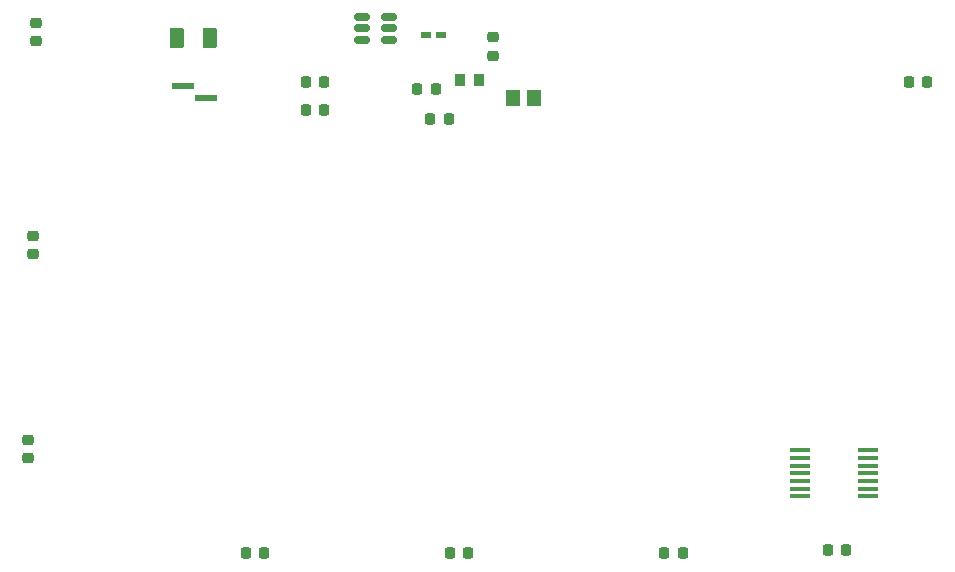
<source format=gbr>
%TF.GenerationSoftware,KiCad,Pcbnew,7.0.7*%
%TF.CreationDate,2024-02-11T14:14:06-05:00*%
%TF.ProjectId,Teddi 2-11-24,54656464-6920-4322-9d31-312d32342e6b,rev?*%
%TF.SameCoordinates,Original*%
%TF.FileFunction,Paste,Top*%
%TF.FilePolarity,Positive*%
%FSLAX46Y46*%
G04 Gerber Fmt 4.6, Leading zero omitted, Abs format (unit mm)*
G04 Created by KiCad (PCBNEW 7.0.7) date 2024-02-11 14:14:06*
%MOMM*%
%LPD*%
G01*
G04 APERTURE LIST*
G04 Aperture macros list*
%AMRoundRect*
0 Rectangle with rounded corners*
0 $1 Rounding radius*
0 $2 $3 $4 $5 $6 $7 $8 $9 X,Y pos of 4 corners*
0 Add a 4 corners polygon primitive as box body*
4,1,4,$2,$3,$4,$5,$6,$7,$8,$9,$2,$3,0*
0 Add four circle primitives for the rounded corners*
1,1,$1+$1,$2,$3*
1,1,$1+$1,$4,$5*
1,1,$1+$1,$6,$7*
1,1,$1+$1,$8,$9*
0 Add four rect primitives between the rounded corners*
20,1,$1+$1,$2,$3,$4,$5,0*
20,1,$1+$1,$4,$5,$6,$7,0*
20,1,$1+$1,$6,$7,$8,$9,0*
20,1,$1+$1,$8,$9,$2,$3,0*%
G04 Aperture macros list end*
%ADD10RoundRect,0.225000X0.250000X-0.225000X0.250000X0.225000X-0.250000X0.225000X-0.250000X-0.225000X0*%
%ADD11RoundRect,0.225000X0.225000X0.250000X-0.225000X0.250000X-0.225000X-0.250000X0.225000X-0.250000X0*%
%ADD12RoundRect,0.225000X-0.225000X-0.250000X0.225000X-0.250000X0.225000X0.250000X-0.225000X0.250000X0*%
%ADD13RoundRect,0.225000X-0.250000X0.225000X-0.250000X-0.225000X0.250000X-0.225000X0.250000X0.225000X0*%
%ADD14RoundRect,0.250000X-0.375000X-0.625000X0.375000X-0.625000X0.375000X0.625000X-0.375000X0.625000X0*%
%ADD15R,1.200000X1.470000*%
%ADD16R,0.858799X0.550799*%
%ADD17R,1.950000X0.500000*%
%ADD18R,1.778000X0.355600*%
%ADD19R,0.940000X1.020000*%
%ADD20RoundRect,0.150000X-0.512500X-0.150000X0.512500X-0.150000X0.512500X0.150000X-0.512500X0.150000X0*%
G04 APERTURE END LIST*
D10*
%TO.C,C9*%
X93599000Y-86815000D03*
X93599000Y-85265000D03*
%TD*%
D11*
%TO.C,C14*%
X123457000Y-128651000D03*
X121907000Y-128651000D03*
%TD*%
D12*
%TO.C,C13*%
X77711000Y-91440000D03*
X79261000Y-91440000D03*
%TD*%
D13*
%TO.C,C12*%
X54864000Y-84061000D03*
X54864000Y-85611000D03*
%TD*%
D10*
%TO.C,C11*%
X54229000Y-120917000D03*
X54229000Y-119367000D03*
%TD*%
D13*
%TO.C,C10*%
X54610000Y-102095000D03*
X54610000Y-103645000D03*
%TD*%
D12*
%TO.C,C8*%
X77711000Y-89050000D03*
X79261000Y-89050000D03*
%TD*%
%TO.C,C7*%
X128765000Y-89027000D03*
X130315000Y-89027000D03*
%TD*%
%TO.C,C6*%
X108064000Y-128905000D03*
X109614000Y-128905000D03*
%TD*%
%TO.C,C4*%
X72631000Y-128905000D03*
X74181000Y-128905000D03*
%TD*%
%TO.C,C3*%
X89903000Y-128905000D03*
X91453000Y-128905000D03*
%TD*%
D11*
%TO.C,C2*%
X88709800Y-89662000D03*
X87159800Y-89662000D03*
%TD*%
%TO.C,C1*%
X89802000Y-92202000D03*
X88252000Y-92202000D03*
%TD*%
D14*
%TO.C,F1*%
X66799000Y-85344000D03*
X69599000Y-85344000D03*
%TD*%
D15*
%TO.C,L2*%
X95279000Y-90424000D03*
X96999000Y-90424000D03*
%TD*%
D16*
%TO.C,R2*%
X87864601Y-85090000D03*
X89173399Y-85090000D03*
%TD*%
D17*
%TO.C,J10*%
X67351000Y-89416000D03*
X69301000Y-90416000D03*
%TD*%
D18*
%TO.C,U3*%
X119557800Y-120223999D03*
X119557800Y-120874000D03*
X119557800Y-121524001D03*
X119557800Y-122174000D03*
X119557800Y-122823999D03*
X119557800Y-123474000D03*
X119557800Y-124123999D03*
X125298200Y-124124001D03*
X125298200Y-123474000D03*
X125298200Y-122824001D03*
X125298200Y-122174000D03*
X125298200Y-121524001D03*
X125298200Y-120874000D03*
X125298200Y-120224001D03*
%TD*%
D19*
%TO.C,R1*%
X90777000Y-88900000D03*
X92357000Y-88900000D03*
%TD*%
D20*
%TO.C,U2*%
X82457500Y-83550000D03*
X82457500Y-84500000D03*
X82457500Y-85450000D03*
X84732500Y-85450000D03*
X84732500Y-84500000D03*
X84732500Y-83550000D03*
%TD*%
M02*

</source>
